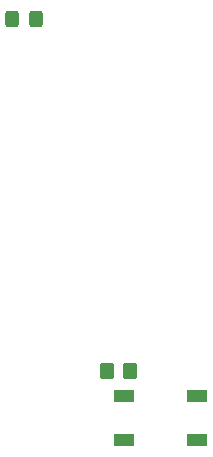
<source format=gbr>
%TF.GenerationSoftware,KiCad,Pcbnew,6.0.11-2627ca5db0~126~ubuntu20.04.1*%
%TF.CreationDate,2023-05-23T08:29:18+02:00*%
%TF.ProjectId,tux_badge,7475785f-6261-4646-9765-2e6b69636164,rev?*%
%TF.SameCoordinates,Original*%
%TF.FileFunction,Soldermask,Top*%
%TF.FilePolarity,Negative*%
%FSLAX46Y46*%
G04 Gerber Fmt 4.6, Leading zero omitted, Abs format (unit mm)*
G04 Created by KiCad (PCBNEW 6.0.11-2627ca5db0~126~ubuntu20.04.1) date 2023-05-23 08:29:18*
%MOMM*%
%LPD*%
G01*
G04 APERTURE LIST*
G04 Aperture macros list*
%AMRoundRect*
0 Rectangle with rounded corners*
0 $1 Rounding radius*
0 $2 $3 $4 $5 $6 $7 $8 $9 X,Y pos of 4 corners*
0 Add a 4 corners polygon primitive as box body*
4,1,4,$2,$3,$4,$5,$6,$7,$8,$9,$2,$3,0*
0 Add four circle primitives for the rounded corners*
1,1,$1+$1,$2,$3*
1,1,$1+$1,$4,$5*
1,1,$1+$1,$6,$7*
1,1,$1+$1,$8,$9*
0 Add four rect primitives between the rounded corners*
20,1,$1+$1,$2,$3,$4,$5,0*
20,1,$1+$1,$4,$5,$6,$7,0*
20,1,$1+$1,$6,$7,$8,$9,0*
20,1,$1+$1,$8,$9,$2,$3,0*%
G04 Aperture macros list end*
%ADD10RoundRect,0.250000X0.325000X0.450000X-0.325000X0.450000X-0.325000X-0.450000X0.325000X-0.450000X0*%
%ADD11RoundRect,0.250000X0.350000X0.450000X-0.350000X0.450000X-0.350000X-0.450000X0.350000X-0.450000X0*%
%ADD12R,1.800000X1.100000*%
G04 APERTURE END LIST*
D10*
%TO.C,D1*%
X168436400Y-82702400D03*
X166386400Y-82702400D03*
%TD*%
D11*
%TO.C,R1*%
X176412400Y-112471200D03*
X174412400Y-112471200D03*
%TD*%
D12*
%TO.C,SW1*%
X182068400Y-118283600D03*
X175868400Y-118283600D03*
X182068400Y-114583600D03*
X175868400Y-114583600D03*
%TD*%
M02*

</source>
